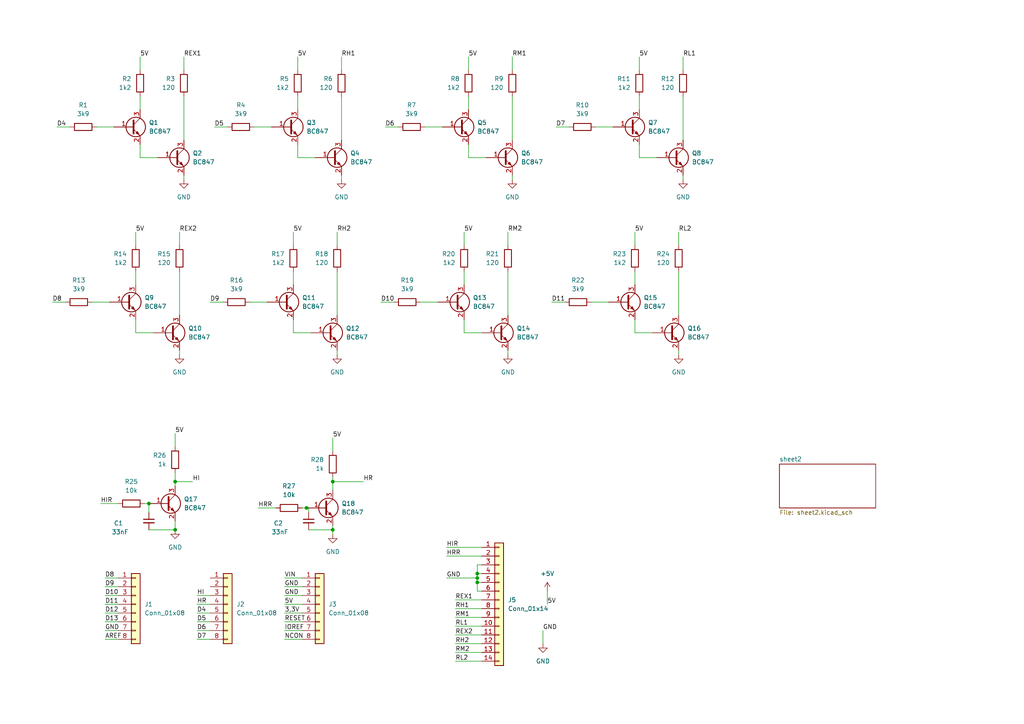
<source format=kicad_sch>
(kicad_sch (version 20211123) (generator eeschema)
  (paper "A4")
  (lib_symbols
    (symbol "Connector_Generic:Conn_01x08" (pin_names (offset 1.016) hide)
      (property "Reference" "J" (at 0 10.16 0))
      (property "Value" "Conn_01x08" (at 0 -12.7 0))
      (symbol "Conn_01x08_1_1"
        (rectangle (start -1.27 -10.033) (end 0 -10.287) (stroke (width 0.1524)))
        (rectangle (start -1.27 -7.493) (end 0 -7.747) (stroke (width 0.1524)))
        (rectangle (start -1.27 -4.953) (end 0 -5.207) (stroke (width 0.1524)))
        (rectangle (start -1.27 -2.413) (end 0 -2.667) (stroke (width 0.1524)))
        (rectangle (start -1.27 0.127) (end 0 -0.127) (stroke (width 0.1524)))
        (rectangle (start -1.27 2.667) (end 0 2.413) (stroke (width 0.1524)))
        (rectangle (start -1.27 5.207) (end 0 4.953) (stroke (width 0.1524)))
        (rectangle (start -1.27 7.747) (end 0 7.493) (stroke (width 0.1524)))
        (rectangle (start -1.27 8.89) (end 1.27 -11.43) (stroke (width 0.254)) (fill (type background)))
        (pin passive line (at -5.08 7.62 0) (length 3.81) (name "Pin_1") (number "1"))
        (pin passive line (at -5.08 5.08 0) (length 3.81) (name "Pin_2") (number "2"))
        (pin passive line (at -5.08 2.54 0) (length 3.81) (name "Pin_3") (number "3"))
        (pin passive line (at -5.08 0 0) (length 3.81) (name "Pin_4") (number "4"))
        (pin passive line (at -5.08 -2.54 0) (length 3.81) (name "Pin_5") (number "5"))
        (pin passive line (at -5.08 -5.08 0) (length 3.81) (name "Pin_6") (number "6"))
        (pin passive line (at -5.08 -7.62 0) (length 3.81) (name "Pin_7") (number "7"))
        (pin passive line (at -5.08 -10.16 0) (length 3.81) (name "Pin_8") (number "8"))
      )
    )
    (symbol "Connector_Generic:Conn_01x14" (pin_names (offset 1.016) hide)
      (property "Reference" "J" (at 0 17.78 0))
      (property "Value" "Conn_01x14" (at 0 -20.32 0))
      (symbol "Conn_01x14_1_1"
        (rectangle (start -1.27 -17.653) (end 0 -17.907) (stroke (width 0.1524)))
        (rectangle (start -1.27 -15.113) (end 0 -15.367) (stroke (width 0.1524)))
        (rectangle (start -1.27 -12.573) (end 0 -12.827) (stroke (width 0.1524)))
        (rectangle (start -1.27 -10.033) (end 0 -10.287) (stroke (width 0.1524)))
        (rectangle (start -1.27 -7.493) (end 0 -7.747) (stroke (width 0.1524)))
        (rectangle (start -1.27 -4.953) (end 0 -5.207) (stroke (width 0.1524)))
        (rectangle (start -1.27 -2.413) (end 0 -2.667) (stroke (width 0.1524)))
        (rectangle (start -1.27 0.127) (end 0 -0.127) (stroke (width 0.1524)))
        (rectangle (start -1.27 2.667) (end 0 2.413) (stroke (width 0.1524)))
        (rectangle (start -1.27 5.207) (end 0 4.953) (stroke (width 0.1524)))
        (rectangle (start -1.27 7.747) (end 0 7.493) (stroke (width 0.1524)))
        (rectangle (start -1.27 10.287) (end 0 10.033) (stroke (width 0.1524)))
        (rectangle (start -1.27 12.827) (end 0 12.573) (stroke (width 0.1524)))
        (rectangle (start -1.27 15.367) (end 0 15.113) (stroke (width 0.1524)))
        (rectangle (start -1.27 16.51) (end 1.27 -19.05) (stroke (width 0.254)) (fill (type background)))
        (pin passive line (at -5.08 15.24 0) (length 3.81) (name "Pin_1") (number "1"))
        (pin passive line (at -5.08 -7.62 0) (length 3.81) (name "Pin_10") (number "10"))
        (pin passive line (at -5.08 -10.16 0) (length 3.81) (name "Pin_11") (number "11"))
        (pin passive line (at -5.08 -12.7 0) (length 3.81) (name "Pin_12") (number "12"))
        (pin passive line (at -5.08 -15.24 0) (length 3.81) (name "Pin_13") (number "13"))
        (pin passive line (at -5.08 -17.78 0) (length 3.81) (name "Pin_14") (number "14"))
        (pin passive line (at -5.08 12.7 0) (length 3.81) (name "Pin_2") (number "2"))
        (pin passive line (at -5.08 10.16 0) (length 3.81) (name "Pin_3") (number "3"))
        (pin passive line (at -5.08 7.62 0) (length 3.81) (name "Pin_4") (number "4"))
        (pin passive line (at -5.08 5.08 0) (length 3.81) (name "Pin_5") (number "5"))
        (pin passive line (at -5.08 2.54 0) (length 3.81) (name "Pin_6") (number "6"))
        (pin passive line (at -5.08 0 0) (length 3.81) (name "Pin_7") (number "7"))
        (pin passive line (at -5.08 -2.54 0) (length 3.81) (name "Pin_8") (number "8"))
        (pin passive line (at -5.08 -5.08 0) (length 3.81) (name "Pin_9") (number "9"))
      )
    )
    (symbol "Device:C_Small" (pin_numbers hide) (pin_names (offset 0.254) hide)
      (property "Reference" "C" (at 0.254 1.778 0))
      (property "Value" "C_Small" (at 0.254 -2.032 0))
      (symbol "C_Small_0_1"
        (polyline (pts (xy -1.524 -0.508) (xy 1.524 -0.508)) (stroke (width 0.3302)))
        (polyline (pts (xy -1.524 0.508) (xy 1.524 0.508)) (stroke (width 0.3048)))
      )
      (symbol "C_Small_1_1"
        (pin passive line (at 0 2.54 270) (length 2.032) (name "~") (number "1"))
        (pin passive line (at 0 -2.54 90) (length 2.032) (name "~") (number "2"))
      )
    )
    (symbol "Device:R" (pin_numbers hide) (pin_names (offset 0))
      (property "Reference" "R" (at 2.032 0 90))
      (property "Value" "R" (at 0 0 90))
      (symbol "R_0_1"
        (rectangle (start -1.016 -2.54) (end 1.016 2.54) (stroke (width 0.254)))
      )
      (symbol "R_1_1"
        (pin passive line (at 0 3.81 270) (length 1.27) (name "~") (number "1"))
        (pin passive line (at 0 -3.81 90) (length 1.27) (name "~") (number "2"))
      )
    )
    (symbol "Transistor_BJT:BC847" (pin_names (offset 0) hide)
      (property "Reference" "Q" (at 5.08 1.905 0))
      (property "Value" "BC847" (at 5.08 0 0))
      (symbol "BC847_0_1"
        (polyline (pts (xy 0.635 0.635) (xy 2.54 2.54)))
        (polyline (pts (xy 0.635 -0.635) (xy 2.54 -2.54) (xy 2.54 -2.54)))
        (polyline (pts (xy 0.635 1.905) (xy 0.635 -1.905) (xy 0.635 -1.905)) (stroke (width 0.508)))
        (polyline (pts (xy 1.27 -1.778) (xy 1.778 -1.27) (xy 2.286 -2.286) (xy 1.27 -1.778) (xy 1.27 -1.778)) (fill (type outline)))
        (circle (center 1.27 0) (radius 2.8194) (stroke (width 0.254)))
      )
      (symbol "BC847_1_1"
        (pin input line (at -5.08 0 0) (length 5.715) (name "B") (number "1"))
        (pin passive line (at 2.54 -5.08 90) (length 2.54) (name "E") (number "2"))
        (pin passive line (at 2.54 5.08 270) (length 2.54) (name "C") (number "3"))
      )
    )
    (symbol "power:+5V" (power) (pin_names (offset 0))
      (property "Value" "+5V" (at 0 3.556 0))
      (symbol "+5V_0_1"
        (polyline (pts (xy -0.762 1.27) (xy 0 2.54)))
        (polyline (pts (xy 0 0) (xy 0 2.54)))
        (polyline (pts (xy 0 2.54) (xy 0.762 1.27)))
      )
      (symbol "+5V_1_1"
        (pin power_in line (at 0 0 90) (length 0) hide (name "+5V") (number "1"))
      )
    )
    (symbol "power:GND" (power) (pin_names (offset 0))
      (property "Value" "GND" (at 0 -3.81 0))
      (symbol "GND_0_1"
        (polyline (pts (xy 0 0) (xy 0 -1.27) (xy 1.27 -1.27) (xy 0 -2.54) (xy -1.27 -1.27) (xy 0 -1.27)))
      )
      (symbol "GND_1_1"
        (pin power_in line (at 0 0 270) (length 0) hide (name "GND") (number "1"))
      )
    )
  )
  (junction (at 138.43 167.64))
  (junction (at 43.18 146.05))
  (junction (at 88.9 147.32))
  (junction (at 138.43 166.37))
  (junction (at 96.52 153.67))
  (junction (at 138.43 168.91))
  (junction (at 50.8 153.67))
  (junction (at 96.52 139.7))
  (junction (at 50.8 139.7))
  (wire (pts (xy 88.9 147.32) (xy 89.535 147.32)))
  (wire (pts (xy 132.08 186.69) (xy 139.7 186.69)))
  (wire (pts (xy 29.21 146.05) (xy 34.29 146.05)))
  (wire (pts (xy 138.43 163.83) (xy 138.43 166.37)))
  (wire (pts (xy 134.62 78.74) (xy 134.62 82.55)))
  (wire (pts (xy 129.54 161.29) (xy 139.7 161.29)))
  (wire (pts (xy 52.07 67.31) (xy 52.07 71.12)))
  (wire (pts (xy 96.52 138.43) (xy 96.52 139.7)))
  (wire (pts (xy 184.15 67.31) (xy 184.15 71.12)))
  (wire (pts (xy 138.43 166.37) (xy 139.7 166.37)))
  (wire (pts (xy 30.48 175.26) (xy 34.29 175.26)))
  (wire (pts (xy 57.15 172.72) (xy 60.96 172.72)))
  (wire (pts (xy 157.48 182.88) (xy 157.48 186.69)))
  (wire (pts (xy 196.85 67.31) (xy 196.85 71.12)))
  (wire (pts (xy 74.93 147.32) (xy 80.01 147.32)))
  (wire (pts (xy 135.89 41.91) (xy 135.89 45.72)))
  (wire (pts (xy 30.48 167.64) (xy 34.29 167.64)))
  (wire (pts (xy 86.36 27.94) (xy 86.36 31.75)))
  (wire (pts (xy 27.94 36.83) (xy 33.02 36.83)))
  (wire (pts (xy 96.52 127) (xy 96.52 130.81)))
  (wire (pts (xy 57.15 175.26) (xy 60.96 175.26)))
  (wire (pts (xy 196.85 78.74) (xy 196.85 91.44)))
  (wire (pts (xy 39.37 78.74) (xy 39.37 82.55)))
  (wire (pts (xy 138.43 167.64) (xy 138.43 168.91)))
  (wire (pts (xy 86.36 16.51) (xy 86.36 20.32)))
  (wire (pts (xy 91.44 45.72) (xy 86.36 45.72)))
  (wire (pts (xy 57.15 180.34) (xy 60.96 180.34)))
  (wire (pts (xy 82.55 177.8) (xy 87.63 177.8)))
  (wire (pts (xy 50.8 125.73) (xy 50.8 129.54)))
  (wire (pts (xy 132.08 191.77) (xy 139.7 191.77)))
  (wire (pts (xy 30.48 182.88) (xy 34.29 182.88)))
  (wire (pts (xy 138.43 166.37) (xy 138.43 167.64)))
  (wire (pts (xy 140.97 45.72) (xy 135.89 45.72)))
  (wire (pts (xy 57.15 185.42) (xy 60.96 185.42)))
  (wire (pts (xy 15.24 87.63) (xy 19.05 87.63)))
  (wire (pts (xy 184.15 92.71) (xy 184.15 96.52)))
  (wire (pts (xy 160.02 87.63) (xy 163.83 87.63)))
  (wire (pts (xy 50.8 137.16) (xy 50.8 139.7)))
  (wire (pts (xy 132.08 173.99) (xy 139.7 173.99)))
  (wire (pts (xy 198.12 27.94) (xy 198.12 40.64)))
  (wire (pts (xy 50.8 139.7) (xy 55.88 139.7)))
  (wire (pts (xy 82.55 167.64) (xy 87.63 167.64)))
  (wire (pts (xy 39.37 92.71) (xy 39.37 96.52)))
  (wire (pts (xy 185.42 16.51) (xy 185.42 20.32)))
  (wire (pts (xy 82.55 172.72) (xy 87.63 172.72)))
  (wire (pts (xy 99.06 50.8) (xy 99.06 52.07)))
  (wire (pts (xy 198.12 50.8) (xy 198.12 52.07)))
  (wire (pts (xy 85.09 67.31) (xy 85.09 71.12)))
  (wire (pts (xy 139.7 163.83) (xy 138.43 163.83)))
  (wire (pts (xy 86.36 41.91) (xy 86.36 45.72)))
  (wire (pts (xy 40.64 16.51) (xy 40.64 20.32)))
  (wire (pts (xy 57.15 182.88) (xy 60.96 182.88)))
  (wire (pts (xy 198.12 16.51) (xy 198.12 20.32)))
  (wire (pts (xy 89.535 153.67) (xy 96.52 153.67)))
  (wire (pts (xy 158.75 171.45) (xy 158.75 175.26)))
  (wire (pts (xy 139.7 96.52) (xy 134.62 96.52)))
  (wire (pts (xy 50.8 139.7) (xy 50.8 140.97)))
  (wire (pts (xy 96.52 139.7) (xy 96.52 142.24)))
  (wire (pts (xy 99.06 27.94) (xy 99.06 40.64)))
  (wire (pts (xy 39.37 67.31) (xy 39.37 71.12)))
  (wire (pts (xy 30.48 177.8) (xy 34.29 177.8)))
  (wire (pts (xy 110.49 87.63) (xy 114.3 87.63)))
  (wire (pts (xy 139.7 171.45) (xy 138.43 171.45)))
  (wire (pts (xy 43.18 153.67) (xy 50.8 153.67)))
  (wire (pts (xy 147.32 67.31) (xy 147.32 71.12)))
  (wire (pts (xy 135.89 27.94) (xy 135.89 31.75)))
  (wire (pts (xy 138.43 168.91) (xy 138.43 171.45)))
  (wire (pts (xy 41.91 146.05) (xy 43.18 146.05)))
  (wire (pts (xy 45.72 45.72) (xy 40.64 45.72)))
  (wire (pts (xy 147.32 101.6) (xy 147.32 102.87)))
  (wire (pts (xy 135.89 16.51) (xy 135.89 20.32)))
  (wire (pts (xy 85.09 78.74) (xy 85.09 82.55)))
  (wire (pts (xy 132.08 181.61) (xy 139.7 181.61)))
  (wire (pts (xy 82.55 170.18) (xy 87.63 170.18)))
  (wire (pts (xy 99.06 16.51) (xy 99.06 20.32)))
  (wire (pts (xy 43.18 146.05) (xy 43.18 148.59)))
  (wire (pts (xy 111.76 36.83) (xy 115.57 36.83)))
  (wire (pts (xy 85.09 92.71) (xy 85.09 96.52)))
  (wire (pts (xy 185.42 41.91) (xy 185.42 45.72)))
  (wire (pts (xy 52.07 101.6) (xy 52.07 102.87)))
  (wire (pts (xy 161.29 36.83) (xy 165.1 36.83)))
  (wire (pts (xy 57.15 177.8) (xy 60.96 177.8)))
  (wire (pts (xy 190.5 45.72) (xy 185.42 45.72)))
  (wire (pts (xy 96.52 139.7) (xy 105.41 139.7)))
  (wire (pts (xy 97.79 78.74) (xy 97.79 91.44)))
  (wire (pts (xy 148.59 16.51) (xy 148.59 20.32)))
  (wire (pts (xy 73.66 36.83) (xy 78.74 36.83)))
  (wire (pts (xy 132.08 179.07) (xy 139.7 179.07)))
  (wire (pts (xy 134.62 67.31) (xy 134.62 71.12)))
  (wire (pts (xy 132.08 176.53) (xy 139.7 176.53)))
  (wire (pts (xy 171.45 87.63) (xy 176.53 87.63)))
  (wire (pts (xy 134.62 92.71) (xy 134.62 96.52)))
  (wire (pts (xy 62.23 36.83) (xy 66.04 36.83)))
  (wire (pts (xy 139.7 168.91) (xy 138.43 168.91)))
  (wire (pts (xy 132.08 184.15) (xy 139.7 184.15)))
  (wire (pts (xy 185.42 27.94) (xy 185.42 31.75)))
  (wire (pts (xy 26.67 87.63) (xy 31.75 87.63)))
  (wire (pts (xy 147.32 78.74) (xy 147.32 91.44)))
  (wire (pts (xy 53.34 27.94) (xy 53.34 40.64)))
  (wire (pts (xy 148.59 50.8) (xy 148.59 52.07)))
  (wire (pts (xy 96.52 152.4) (xy 96.52 153.67)))
  (wire (pts (xy 97.79 67.31) (xy 97.79 71.12)))
  (wire (pts (xy 40.64 27.94) (xy 40.64 31.75)))
  (wire (pts (xy 44.45 96.52) (xy 39.37 96.52)))
  (wire (pts (xy 30.48 170.18) (xy 34.29 170.18)))
  (wire (pts (xy 189.23 96.52) (xy 184.15 96.52)))
  (wire (pts (xy 97.79 101.6) (xy 97.79 102.87)))
  (wire (pts (xy 40.64 41.91) (xy 40.64 45.72)))
  (wire (pts (xy 50.8 151.13) (xy 50.8 153.67)))
  (wire (pts (xy 53.34 16.51) (xy 53.34 20.32)))
  (wire (pts (xy 72.39 87.63) (xy 77.47 87.63)))
  (wire (pts (xy 82.55 180.34) (xy 87.63 180.34)))
  (wire (pts (xy 184.15 78.74) (xy 184.15 82.55)))
  (wire (pts (xy 96.52 153.67) (xy 96.52 154.94)))
  (wire (pts (xy 172.72 36.83) (xy 177.8 36.83)))
  (wire (pts (xy 129.54 158.75) (xy 139.7 158.75)))
  (wire (pts (xy 16.51 36.83) (xy 20.32 36.83)))
  (wire (pts (xy 196.85 101.6) (xy 196.85 102.87)))
  (wire (pts (xy 87.63 147.32) (xy 88.9 147.32)))
  (wire (pts (xy 90.17 96.52) (xy 85.09 96.52)))
  (wire (pts (xy 52.07 78.74) (xy 52.07 91.44)))
  (wire (pts (xy 82.55 175.26) (xy 87.63 175.26)))
  (wire (pts (xy 30.48 172.72) (xy 34.29 172.72)))
  (wire (pts (xy 53.34 50.8) (xy 53.34 52.07)))
  (wire (pts (xy 121.92 87.63) (xy 127 87.63)))
  (wire (pts (xy 82.55 182.88) (xy 87.63 182.88)))
  (wire (pts (xy 148.59 27.94) (xy 148.59 40.64)))
  (wire (pts (xy 123.19 36.83) (xy 128.27 36.83)))
  (wire (pts (xy 89.535 148.59) (xy 89.535 147.32)))
  (wire (pts (xy 82.55 185.42) (xy 87.63 185.42)))
  (wire (pts (xy 129.54 167.64) (xy 138.43 167.64)))
  (wire (pts (xy 30.48 180.34) (xy 34.29 180.34)))
  (wire (pts (xy 30.48 185.42) (xy 34.29 185.42)))
  (wire (pts (xy 60.96 87.63) (xy 64.77 87.63)))
  (wire (pts (xy 132.08 189.23) (xy 139.7 189.23)))
  (label "GND" (at 82.55 170.18 0))
  (label "D11" (at 160.02 87.63 0))
  (label "REX1" (at 132.08 173.99 0))
  (label "RH2" (at 97.79 67.31 0))
  (label "IOREF" (at 82.55 182.88 0))
  (label "HI" (at 55.88 139.7 0))
  (label "HRR" (at 129.54 161.29 0))
  (label "HIR" (at 129.54 158.75 0))
  (label "GND" (at 157.48 182.88 0))
  (label "D5" (at 62.23 36.83 0))
  (label "D5" (at 57.15 180.34 0))
  (label "D12" (at 30.48 177.8 0))
  (label "GND" (at 82.55 172.72 0))
  (label "D7" (at 57.15 185.42 0))
  (label "RL2" (at 132.08 191.77 0))
  (label "GND" (at 30.48 182.88 0))
  (label "D10" (at 110.49 87.63 0))
  (label "HRR" (at 74.93 147.32 0))
  (label "D9" (at 60.96 87.63 0))
  (label "NCON" (at 82.55 185.42 0))
  (label "VIN" (at 82.55 167.64 0))
  (label "D7" (at 161.29 36.83 0))
  (label "D8" (at 30.48 167.64 0))
  (label "5V" (at 82.55 175.26 0))
  (label "5V" (at 96.52 127 0))
  (label "3,3V" (at 82.55 177.8 0))
  (label "5V" (at 50.8 125.73 0))
  (label "HI" (at 57.15 172.72 0))
  (label "D8" (at 15.24 87.63 0))
  (label "5V" (at 184.15 67.31 0))
  (label "REX2" (at 52.07 67.31 0))
  (label "RM1" (at 148.59 16.51 0))
  (label "D6" (at 111.76 36.83 0))
  (label "RH2" (at 132.08 186.69 0))
  (label "5V" (at 86.36 16.51 0))
  (label "D4" (at 57.15 177.8 0))
  (label "D10" (at 30.48 172.72 0))
  (label "RL1" (at 198.12 16.51 0))
  (label "D11" (at 30.48 175.26 0))
  (label "HIR" (at 29.21 146.05 0))
  (label "5V" (at 185.42 16.51 0))
  (label "RESET" (at 82.55 180.34 0))
  (label "D6" (at 57.15 182.88 0))
  (label "HR" (at 57.15 175.26 0))
  (label "5V" (at 85.09 67.31 0))
  (label "5V" (at 40.64 16.51 0))
  (label "AREF" (at 30.48 185.42 0))
  (label "RH1" (at 132.08 176.53 0))
  (label "GND" (at 129.54 167.64 0))
  (label "RL2" (at 196.85 67.31 0))
  (label "RH1" (at 99.06 16.51 0))
  (label "RM2" (at 132.08 189.23 0))
  (label "5V" (at 135.89 16.51 0))
  (label "RM2" (at 147.32 67.31 0))
  (label "D13" (at 30.48 180.34 0))
  (label "5V" (at 39.37 67.31 0))
  (label "D9" (at 30.48 170.18 0))
  (label "RM1" (at 132.08 179.07 0))
  (label "REX1" (at 53.34 16.51 0))
  (label "REX2" (at 132.08 184.15 0))
  (label "5V" (at 158.75 175.26 0))
  (label "5V" (at 134.62 67.31 0))
  (label "HR" (at 105.41 139.7 0))
  (label "D4" (at 16.51 36.83 0))
  (label "RL1" (at 132.08 181.61 0))
  (symbol (lib_id "Device:R") (at 85.09 74.93 0) (mirror x) (unit 1)
    (property "Reference" "R17" (at 82.55 73.6599 0) (effects (justify right)))
    (property "Value" "1k2" (at 82.55 76.1999 0) (effects (justify right)))
    (property "Footprint" "Resistor_SMD:R_1206_3216Metric_Pad1.30x1.75mm_HandSolder" (effects hide))
  )
  (symbol (lib_id "power:GND") (at 97.79 102.87 0) (unit 1)
    (property "Reference" "#PWR0105" (effects hide))
    (property "Value" "GND" (at 97.79 107.95 0))
  )
  (symbol (lib_id "Device:R") (at 119.38 36.83 90) (mirror x) (unit 1)
    (property "Reference" "R7" (at 119.38 30.48 90))
    (property "Value" "3k9" (at 119.38 33.02 90))
    (property "Footprint" "Resistor_SMD:R_1206_3216Metric_Pad1.30x1.75mm_HandSolder" (effects hide))
  )
  (symbol (lib_id "Device:R") (at 83.82 147.32 90) (mirror x) (unit 1)
    (property "Reference" "R27" (at 83.82 140.97 90))
    (property "Value" "10k" (at 83.82 143.51 90))
    (property "Footprint" "Resistor_SMD:R_1206_3216Metric_Pad1.30x1.75mm_HandSolder" (effects hide))
  )
  (symbol (lib_id "Transistor_BJT:BC847") (at 132.08 87.63 0) (unit 1)
    (property "Reference" "Q13" (at 137.16 86.3599 0) (effects (justify left)))
    (property "Value" "BC847" (at 137.16 88.8999 0) (effects (justify left)))
    (property "Footprint" "Package_TO_SOT_SMD:SOT-23_Handsoldering" (effects hide))
    (property "Datasheet" "http://www.infineon.com/dgdl/Infineon-BC847SERIES_BC848SERIES_BC849SERIES_BC850SERIES-DS-v01_01-en.pdf?fileId=db3a304314dca389011541d4630a1657" (effects hide))
  )
  (symbol (lib_id "power:GND") (at 198.12 52.07 0) (unit 1)
    (property "Reference" "#PWR0107" (effects hide))
    (property "Value" "GND" (at 198.12 57.15 0))
  )
  (symbol (lib_id "Device:C_Small") (at 89.535 151.13 0) (unit 1)
    (property "Reference" "C2" (at 79.375 151.765 0) (effects (justify left)))
    (property "Value" "33nF" (at 78.74 154.305 0) (effects (justify left)))
    (property "Footprint" "Capacitor_SMD:C_1206_3216Metric_Pad1.33x1.80mm_HandSolder" (effects hide))
  )
  (symbol (lib_id "Transistor_BJT:BC847") (at 182.88 36.83 0) (unit 1)
    (property "Reference" "Q7" (at 187.96 35.5599 0) (effects (justify left)))
    (property "Value" "BC847" (at 187.96 38.0999 0) (effects (justify left)))
    (property "Footprint" "Package_TO_SOT_SMD:SOT-23_Handsoldering" (effects hide))
    (property "Datasheet" "http://www.infineon.com/dgdl/Infineon-BC847SERIES_BC848SERIES_BC849SERIES_BC850SERIES-DS-v01_01-en.pdf?fileId=db3a304314dca389011541d4630a1657" (effects hide))
  )
  (symbol (lib_id "Device:R") (at 184.15 74.93 0) (mirror x) (unit 1)
    (property "Reference" "R23" (at 181.61 73.6599 0) (effects (justify right)))
    (property "Value" "1k2" (at 181.61 76.1999 0) (effects (justify right)))
    (property "Footprint" "Resistor_SMD:R_1206_3216Metric_Pad1.30x1.75mm_HandSolder" (effects hide))
  )
  (symbol (lib_id "Device:R") (at 147.32 74.93 0) (mirror x) (unit 1)
    (property "Reference" "R21" (at 144.78 73.6599 0) (effects (justify right)))
    (property "Value" "120" (at 144.78 76.1999 0) (effects (justify right)))
    (property "Footprint" "Resistor_SMD:R_1206_3216Metric_Pad1.30x1.75mm_HandSolder" (effects hide))
  )
  (symbol (lib_id "Device:R") (at 22.86 87.63 90) (mirror x) (unit 1)
    (property "Reference" "R13" (at 22.86 81.28 90))
    (property "Value" "3k9" (at 22.86 83.82 90))
    (property "Footprint" "Resistor_SMD:R_1206_3216Metric_Pad1.30x1.75mm_HandSolder" (effects hide))
  )
  (symbol (lib_id "Transistor_BJT:BC847") (at 144.78 96.52 0) (unit 1)
    (property "Reference" "Q14" (at 149.86 95.2499 0) (effects (justify left)))
    (property "Value" "BC847" (at 149.86 97.7899 0) (effects (justify left)))
    (property "Footprint" "Package_TO_SOT_SMD:SOT-23_Handsoldering" (effects hide))
    (property "Datasheet" "http://www.infineon.com/dgdl/Infineon-BC847SERIES_BC848SERIES_BC849SERIES_BC850SERIES-DS-v01_01-en.pdf?fileId=db3a304314dca389011541d4630a1657" (effects hide))
  )
  (symbol (lib_id "Transistor_BJT:BC847") (at 82.55 87.63 0) (unit 1)
    (property "Reference" "Q11" (at 87.63 86.3599 0) (effects (justify left)))
    (property "Value" "BC847" (at 87.63 88.8999 0) (effects (justify left)))
    (property "Footprint" "Package_TO_SOT_SMD:SOT-23_Handsoldering" (effects hide))
    (property "Datasheet" "http://www.infineon.com/dgdl/Infineon-BC847SERIES_BC848SERIES_BC849SERIES_BC850SERIES-DS-v01_01-en.pdf?fileId=db3a304314dca389011541d4630a1657" (effects hide))
  )
  (symbol (lib_id "power:GND") (at 148.59 52.07 0) (unit 1)
    (property "Reference" "#PWR0103" (effects hide))
    (property "Value" "GND" (at 148.59 57.15 0))
  )
  (symbol (lib_id "power:GND") (at 53.34 52.07 0) (unit 1)
    (property "Reference" "#PWR0101" (effects hide))
    (property "Value" "GND" (at 53.34 57.15 0))
  )
  (symbol (lib_id "power:GND") (at 147.32 102.87 0) (unit 1)
    (property "Reference" "#PWR0104" (effects hide))
    (property "Value" "GND" (at 147.32 107.95 0))
  )
  (symbol (lib_id "Transistor_BJT:BC847") (at 36.83 87.63 0) (unit 1)
    (property "Reference" "Q9" (at 41.91 86.3599 0) (effects (justify left)))
    (property "Value" "BC847" (at 41.91 88.8999 0) (effects (justify left)))
    (property "Footprint" "Package_TO_SOT_SMD:SOT-23_Handsoldering" (effects hide))
    (property "Datasheet" "http://www.infineon.com/dgdl/Infineon-BC847SERIES_BC848SERIES_BC849SERIES_BC850SERIES-DS-v01_01-en.pdf?fileId=db3a304314dca389011541d4630a1657" (effects hide))
  )
  (symbol (lib_id "power:GND") (at 157.48 186.69 0) (unit 1)
    (property "Reference" "#PWR0113" (effects hide))
    (property "Value" "GND" (at 157.48 191.77 0))
  )
  (symbol (lib_id "Device:R") (at 38.1 146.05 90) (mirror x) (unit 1)
    (property "Reference" "R25" (at 38.1 139.7 90))
    (property "Value" "10k" (at 38.1 142.24 90))
    (property "Footprint" "Resistor_SMD:R_1206_3216Metric_Pad1.30x1.75mm_HandSolder" (effects hide))
  )
  (symbol (lib_id "Transistor_BJT:BC847") (at 48.26 146.05 0) (unit 1)
    (property "Reference" "Q17" (at 53.34 144.7799 0) (effects (justify left)))
    (property "Value" "BC847" (at 53.34 147.3199 0) (effects (justify left)))
    (property "Footprint" "Package_TO_SOT_SMD:SOT-23_Handsoldering" (effects hide))
    (property "Datasheet" "http://www.infineon.com/dgdl/Infineon-BC847SERIES_BC848SERIES_BC849SERIES_BC850SERIES-DS-v01_01-en.pdf?fileId=db3a304314dca389011541d4630a1657" (effects hide))
  )
  (symbol (lib_id "Connector_Generic:Conn_01x08") (at 92.71 175.26 0) (unit 1)
    (property "Reference" "J3" (at 95.25 175.2599 0) (effects (justify left)))
    (property "Value" "Conn_01x08" (at 95.25 177.7999 0) (effects (justify left)))
    (property "Footprint" "Connector_PinHeader_2.54mm:PinHeader_1x08_P2.54mm_Vertical" (effects hide))
  )
  (symbol (lib_id "Device:R") (at 52.07 74.93 0) (mirror x) (unit 1)
    (property "Reference" "R15" (at 49.53 73.6599 0) (effects (justify right)))
    (property "Value" "120" (at 49.53 76.1999 0) (effects (justify right)))
    (property "Footprint" "Resistor_SMD:R_1206_3216Metric_Pad1.30x1.75mm_HandSolder" (effects hide))
  )
  (symbol (lib_id "Device:C_Small") (at 43.18 151.13 0) (unit 1)
    (property "Reference" "C1" (at 33.02 151.765 0) (effects (justify left)))
    (property "Value" "33nF" (at 32.385 154.305 0) (effects (justify left)))
    (property "Footprint" "Capacitor_SMD:C_1206_3216Metric_Pad1.33x1.80mm_HandSolder" (effects hide))
  )
  (symbol (lib_id "Connector_Generic:Conn_01x08") (at 66.04 175.26 0) (unit 1)
    (property "Reference" "J2" (at 68.58 175.2599 0) (effects (justify left)))
    (property "Value" "Conn_01x08" (at 68.58 177.7999 0) (effects (justify left)))
    (property "Footprint" "Connector_PinHeader_2.54mm:PinHeader_1x08_P2.54mm_Vertical" (effects hide))
  )
  (symbol (lib_id "power:GND") (at 99.06 52.07 0) (unit 1)
    (property "Reference" "#PWR0102" (effects hide))
    (property "Value" "GND" (at 99.06 57.15 0))
  )
  (symbol (lib_id "Transistor_BJT:BC847") (at 93.98 147.32 0) (unit 1)
    (property "Reference" "Q18" (at 99.06 146.0499 0) (effects (justify left)))
    (property "Value" "BC847" (at 99.06 148.5899 0) (effects (justify left)))
    (property "Footprint" "Package_TO_SOT_SMD:SOT-23_Handsoldering" (effects hide))
    (property "Datasheet" "http://www.infineon.com/dgdl/Infineon-BC847SERIES_BC848SERIES_BC849SERIES_BC850SERIES-DS-v01_01-en.pdf?fileId=db3a304314dca389011541d4630a1657" (effects hide))
  )
  (symbol (lib_id "Device:R") (at 168.91 36.83 90) (mirror x) (unit 1)
    (property "Reference" "R10" (at 168.91 30.48 90))
    (property "Value" "3k9" (at 168.91 33.02 90))
    (property "Footprint" "Resistor_SMD:R_1206_3216Metric_Pad1.30x1.75mm_HandSolder" (effects hide))
  )
  (symbol (lib_id "Transistor_BJT:BC847") (at 49.53 96.52 0) (unit 1)
    (property "Reference" "Q10" (at 54.61 95.2499 0) (effects (justify left)))
    (property "Value" "BC847" (at 54.61 97.7899 0) (effects (justify left)))
    (property "Footprint" "Package_TO_SOT_SMD:SOT-23_Handsoldering" (effects hide))
    (property "Datasheet" "http://www.infineon.com/dgdl/Infineon-BC847SERIES_BC848SERIES_BC849SERIES_BC850SERIES-DS-v01_01-en.pdf?fileId=db3a304314dca389011541d4630a1657" (effects hide))
  )
  (symbol (lib_id "Transistor_BJT:BC847") (at 83.82 36.83 0) (unit 1)
    (property "Reference" "Q3" (at 88.9 35.5599 0) (effects (justify left)))
    (property "Value" "BC847" (at 88.9 38.0999 0) (effects (justify left)))
    (property "Footprint" "Package_TO_SOT_SMD:SOT-23_Handsoldering" (effects hide))
    (property "Datasheet" "http://www.infineon.com/dgdl/Infineon-BC847SERIES_BC848SERIES_BC849SERIES_BC850SERIES-DS-v01_01-en.pdf?fileId=db3a304314dca389011541d4630a1657" (effects hide))
  )
  (symbol (lib_id "Device:R") (at 196.85 74.93 0) (mirror x) (unit 1)
    (property "Reference" "R24" (at 194.31 73.6599 0) (effects (justify right)))
    (property "Value" "120" (at 194.31 76.1999 0) (effects (justify right)))
    (property "Footprint" "Resistor_SMD:R_1206_3216Metric_Pad1.30x1.75mm_HandSolder" (effects hide))
  )
  (symbol (lib_id "Transistor_BJT:BC847") (at 95.25 96.52 0) (unit 1)
    (property "Reference" "Q12" (at 100.33 95.2499 0) (effects (justify left)))
    (property "Value" "BC847" (at 100.33 97.7899 0) (effects (justify left)))
    (property "Footprint" "Package_TO_SOT_SMD:SOT-23_Handsoldering" (effects hide))
    (property "Datasheet" "http://www.infineon.com/dgdl/Infineon-BC847SERIES_BC848SERIES_BC849SERIES_BC850SERIES-DS-v01_01-en.pdf?fileId=db3a304314dca389011541d4630a1657" (effects hide))
  )
  (symbol (lib_id "Device:R") (at 148.59 24.13 0) (mirror x) (unit 1)
    (property "Reference" "R9" (at 146.05 22.8599 0) (effects (justify right)))
    (property "Value" "120" (at 146.05 25.3999 0) (effects (justify right)))
    (property "Footprint" "Resistor_SMD:R_1206_3216Metric_Pad1.30x1.75mm_HandSolder" (effects hide))
  )
  (symbol (lib_id "Transistor_BJT:BC847") (at 146.05 45.72 0) (unit 1)
    (property "Reference" "Q6" (at 151.13 44.4499 0) (effects (justify left)))
    (property "Value" "BC847" (at 151.13 46.9899 0) (effects (justify left)))
    (property "Footprint" "Package_TO_SOT_SMD:SOT-23_Handsoldering" (effects hide))
    (property "Datasheet" "http://www.infineon.com/dgdl/Infineon-BC847SERIES_BC848SERIES_BC849SERIES_BC850SERIES-DS-v01_01-en.pdf?fileId=db3a304314dca389011541d4630a1657" (effects hide))
  )
  (symbol (lib_id "Device:R") (at 53.34 24.13 0) (mirror x) (unit 1)
    (property "Reference" "R3" (at 50.8 22.8599 0) (effects (justify right)))
    (property "Value" "120" (at 50.8 25.3999 0) (effects (justify right)))
    (property "Footprint" "Resistor_SMD:R_1206_3216Metric_Pad1.30x1.75mm_HandSolder" (effects hide))
  )
  (symbol (lib_id "Device:R") (at 69.85 36.83 90) (mirror x) (unit 1)
    (property "Reference" "R4" (at 69.85 30.48 90))
    (property "Value" "3k9" (at 69.85 33.02 90))
    (property "Footprint" "Resistor_SMD:R_1206_3216Metric_Pad1.30x1.75mm_HandSolder" (effects hide))
  )
  (symbol (lib_id "Transistor_BJT:BC847") (at 50.8 45.72 0) (unit 1)
    (property "Reference" "Q2" (at 55.88 44.4499 0) (effects (justify left)))
    (property "Value" "BC847" (at 55.88 46.9899 0) (effects (justify left)))
    (property "Footprint" "Package_TO_SOT_SMD:SOT-23_Handsoldering" (effects hide))
    (property "Datasheet" "http://www.infineon.com/dgdl/Infineon-BC847SERIES_BC848SERIES_BC849SERIES_BC850SERIES-DS-v01_01-en.pdf?fileId=db3a304314dca389011541d4630a1657" (effects hide))
  )
  (symbol (lib_id "Device:R") (at 24.13 36.83 90) (mirror x) (unit 1)
    (property "Reference" "R1" (at 24.13 30.48 90))
    (property "Value" "3k9" (at 24.13 33.02 90))
    (property "Footprint" "Resistor_SMD:R_1206_3216Metric_Pad1.30x1.75mm_HandSolder" (effects hide))
  )
  (symbol (lib_id "power:GND") (at 196.85 102.87 0) (unit 1)
    (property "Reference" "#PWR0106" (effects hide))
    (property "Value" "GND" (at 196.85 107.95 0))
  )
  (symbol (lib_id "power:GND") (at 50.8 153.67 0) (unit 1)
    (property "Reference" "#PWR0112" (effects hide))
    (property "Value" "GND" (at 50.8 158.75 0))
  )
  (symbol (lib_id "Connector_Generic:Conn_01x14") (at 144.78 173.99 0) (unit 1)
    (property "Reference" "J5" (at 147.32 173.9899 0) (effects (justify left)))
    (property "Value" "Conn_01x14" (at 147.32 176.5299 0) (effects (justify left)))
    (property "Footprint" "Connector_PinHeader_2.54mm:PinHeader_1x14_P2.54mm_Vertical" (effects hide))
  )
  (symbol (lib_id "power:+5V") (at 158.75 171.45 0) (unit 1)
    (property "Reference" "#PWR0110" (effects hide))
    (property "Value" "+5V" (at 158.75 166.37 0))
  )
  (symbol (lib_id "Device:R") (at 97.79 74.93 0) (mirror x) (unit 1)
    (property "Reference" "R18" (at 95.25 73.6599 0) (effects (justify right)))
    (property "Value" "120" (at 95.25 76.1999 0) (effects (justify right)))
    (property "Footprint" "Resistor_SMD:R_1206_3216Metric_Pad1.30x1.75mm_HandSolder" (effects hide))
  )
  (symbol (lib_id "Device:R") (at 96.52 134.62 0) (mirror x) (unit 1)
    (property "Reference" "R28" (at 93.98 133.3499 0) (effects (justify right)))
    (property "Value" "1k" (at 93.98 135.8899 0) (effects (justify right)))
    (property "Footprint" "Resistor_SMD:R_1206_3216Metric_Pad1.30x1.75mm_HandSolder" (effects hide))
  )
  (symbol (lib_id "Transistor_BJT:BC847") (at 38.1 36.83 0) (unit 1)
    (property "Reference" "Q1" (at 43.18 35.5599 0) (effects (justify left)))
    (property "Value" "BC847" (at 43.18 38.0999 0) (effects (justify left)))
    (property "Footprint" "Package_TO_SOT_SMD:SOT-23_Handsoldering" (effects hide))
    (property "Datasheet" "http://www.infineon.com/dgdl/Infineon-BC847SERIES_BC848SERIES_BC849SERIES_BC850SERIES-DS-v01_01-en.pdf?fileId=db3a304314dca389011541d4630a1657" (effects hide))
  )
  (symbol (lib_id "Device:R") (at 99.06 24.13 0) (mirror x) (unit 1)
    (property "Reference" "R6" (at 96.52 22.8599 0) (effects (justify right)))
    (property "Value" "120" (at 96.52 25.3999 0) (effects (justify right)))
    (property "Footprint" "Resistor_SMD:R_1206_3216Metric_Pad1.30x1.75mm_HandSolder" (effects hide))
  )
  (symbol (lib_id "Transistor_BJT:BC847") (at 96.52 45.72 0) (unit 1)
    (property "Reference" "Q4" (at 101.6 44.4499 0) (effects (justify left)))
    (property "Value" "BC847" (at 101.6 46.9899 0) (effects (justify left)))
    (property "Footprint" "Package_TO_SOT_SMD:SOT-23_Handsoldering" (effects hide))
    (property "Datasheet" "http://www.infineon.com/dgdl/Infineon-BC847SERIES_BC848SERIES_BC849SERIES_BC850SERIES-DS-v01_01-en.pdf?fileId=db3a304314dca389011541d4630a1657" (effects hide))
  )
  (symbol (lib_id "Device:R") (at 86.36 24.13 0) (mirror x) (unit 1)
    (property "Reference" "R5" (at 83.82 22.8599 0) (effects (justify right)))
    (property "Value" "1k2" (at 83.82 25.3999 0) (effects (justify right)))
    (property "Footprint" "Resistor_SMD:R_1206_3216Metric_Pad1.30x1.75mm_HandSolder" (effects hide))
  )
  (symbol (lib_id "Device:R") (at 185.42 24.13 0) (mirror x) (unit 1)
    (property "Reference" "R11" (at 182.88 22.8599 0) (effects (justify right)))
    (property "Value" "1k2" (at 182.88 25.3999 0) (effects (justify right)))
    (property "Footprint" "Resistor_SMD:R_1206_3216Metric_Pad1.30x1.75mm_HandSolder" (effects hide))
  )
  (symbol (lib_id "Transistor_BJT:BC847") (at 194.31 96.52 0) (unit 1)
    (property "Reference" "Q16" (at 199.39 95.2499 0) (effects (justify left)))
    (property "Value" "BC847" (at 199.39 97.7899 0) (effects (justify left)))
    (property "Footprint" "Package_TO_SOT_SMD:SOT-23_Handsoldering" (effects hide))
    (property "Datasheet" "http://www.infineon.com/dgdl/Infineon-BC847SERIES_BC848SERIES_BC849SERIES_BC850SERIES-DS-v01_01-en.pdf?fileId=db3a304314dca389011541d4630a1657" (effects hide))
  )
  (symbol (lib_id "power:GND") (at 52.07 102.87 0) (unit 1)
    (property "Reference" "#PWR0108" (effects hide))
    (property "Value" "GND" (at 52.07 107.95 0))
  )
  (symbol (lib_id "Device:R") (at 39.37 74.93 0) (mirror x) (unit 1)
    (property "Reference" "R14" (at 36.83 73.6599 0) (effects (justify right)))
    (property "Value" "1k2" (at 36.83 76.1999 0) (effects (justify right)))
    (property "Footprint" "Resistor_SMD:R_1206_3216Metric_Pad1.30x1.75mm_HandSolder" (effects hide))
  )
  (symbol (lib_id "Transistor_BJT:BC847") (at 133.35 36.83 0) (unit 1)
    (property "Reference" "Q5" (at 138.43 35.5599 0) (effects (justify left)))
    (property "Value" "BC847" (at 138.43 38.0999 0) (effects (justify left)))
    (property "Footprint" "Package_TO_SOT_SMD:SOT-23_Handsoldering" (effects hide))
    (property "Datasheet" "http://www.infineon.com/dgdl/Infineon-BC847SERIES_BC848SERIES_BC849SERIES_BC850SERIES-DS-v01_01-en.pdf?fileId=db3a304314dca389011541d4630a1657" (effects hide))
  )
  (symbol (lib_id "Device:R") (at 40.64 24.13 0) (mirror x) (unit 1)
    (property "Reference" "R2" (at 38.1 22.8599 0) (effects (justify right)))
    (property "Value" "1k2" (at 38.1 25.3999 0) (effects (justify right)))
    (property "Footprint" "Resistor_SMD:R_1206_3216Metric_Pad1.30x1.75mm_HandSolder" (effects hide))
  )
  (symbol (lib_id "Device:R") (at 68.58 87.63 90) (mirror x) (unit 1)
    (property "Reference" "R16" (at 68.58 81.28 90))
    (property "Value" "3k9" (at 68.58 83.82 90))
    (property "Footprint" "Resistor_SMD:R_1206_3216Metric_Pad1.30x1.75mm_HandSolder" (effects hide))
  )
  (symbol (lib_id "Device:R") (at 50.8 133.35 0) (mirror x) (unit 1)
    (property "Reference" "R26" (at 48.26 132.0799 0) (effects (justify right)))
    (property "Value" "1k" (at 48.26 134.6199 0) (effects (justify right)))
    (property "Footprint" "Resistor_SMD:R_1206_3216Metric_Pad1.30x1.75mm_HandSolder" (effects hide))
  )
  (symbol (lib_id "Transistor_BJT:BC847") (at 181.61 87.63 0) (unit 1)
    (property "Reference" "Q15" (at 186.69 86.3599 0) (effects (justify left)))
    (property "Value" "BC847" (at 186.69 88.8999 0) (effects (justify left)))
    (property "Footprint" "Package_TO_SOT_SMD:SOT-23_Handsoldering" (effects hide))
    (property "Datasheet" "http://www.infineon.com/dgdl/Infineon-BC847SERIES_BC848SERIES_BC849SERIES_BC850SERIES-DS-v01_01-en.pdf?fileId=db3a304314dca389011541d4630a1657" (effects hide))
  )
  (symbol (lib_id "Device:R") (at 167.64 87.63 90) (mirror x) (unit 1)
    (property "Reference" "R22" (at 167.64 81.28 90))
    (property "Value" "3k9" (at 167.64 83.82 90))
    (property "Footprint" "Resistor_SMD:R_1206_3216Metric_Pad1.30x1.75mm_HandSolder" (effects hide))
  )
  (symbol (lib_id "Device:R") (at 118.11 87.63 90) (mirror x) (unit 1)
    (property "Reference" "R19" (at 118.11 81.28 90))
    (property "Value" "3k9" (at 118.11 83.82 90))
    (property "Footprint" "Resistor_SMD:R_1206_3216Metric_Pad1.30x1.75mm_HandSolder" (effects hide))
  )
  (symbol (lib_id "Device:R") (at 135.89 24.13 0) (mirror x) (unit 1)
    (property "Reference" "R8" (at 133.35 22.8599 0) (effects (justify right)))
    (property "Value" "1k2" (at 133.35 25.3999 0) (effects (justify right)))
    (property "Footprint" "Resistor_SMD:R_1206_3216Metric_Pad1.30x1.75mm_HandSolder" (effects hide))
  )
  (symbol (lib_id "Transistor_BJT:BC847") (at 195.58 45.72 0) (unit 1)
    (property "Reference" "Q8" (at 200.66 44.4499 0) (effects (justify left)))
    (property "Value" "BC847" (at 200.66 46.9899 0) (effects (justify left)))
    (property "Footprint" "Package_TO_SOT_SMD:SOT-23_Handsoldering" (effects hide))
    (property "Datasheet" "http://www.infineon.com/dgdl/Infineon-BC847SERIES_BC848SERIES_BC849SERIES_BC850SERIES-DS-v01_01-en.pdf?fileId=db3a304314dca389011541d4630a1657" (effects hide))
  )
  (symbol (lib_id "Device:R") (at 134.62 74.93 0) (mirror x) (unit 1)
    (property "Reference" "R20" (at 132.08 73.6599 0) (effects (justify right)))
    (property "Value" "1k2" (at 132.08 76.1999 0) (effects (justify right)))
    (property "Footprint" "Resistor_SMD:R_1206_3216Metric_Pad1.30x1.75mm_HandSolder" (effects hide))
  )
  (symbol (lib_id "Connector_Generic:Conn_01x08") (at 39.37 175.26 0) (unit 1)
    (property "Reference" "J1" (at 41.91 175.2599 0) (effects (justify left)))
    (property "Value" "Conn_01x08" (at 41.91 177.7999 0) (effects (justify left)))
    (property "Footprint" "Connector_PinHeader_2.54mm:PinHeader_1x08_P2.54mm_Vertical" (effects hide))
  )
  (symbol (lib_id "Device:R") (at 198.12 24.13 0) (mirror x) (unit 1)
    (property "Reference" "R12" (at 195.58 22.8599 0) (effects (justify right)))
    (property "Value" "120" (at 195.58 25.3999 0) (effects (justify right)))
    (property "Footprint" "Resistor_SMD:R_1206_3216Metric_Pad1.30x1.75mm_HandSolder" (effects hide))
  )
  (symbol (lib_id "power:GND") (at 96.52 154.94 0) (unit 1)
    (property "Reference" "#PWR0109" (effects hide))
    (property "Value" "GND" (at 96.52 160.02 0))
  )
  (sheet (at 226.06 134.62) (size 27.94 12.7) (stroke (width 0.1524))
    (property "Sheet name" "sheet2" (at 226.06 133.9084 0) (effects (justify left bottom)))
    (property "Sheet file" "sheet2.kicad_sch" (at 226.06 147.9046 0) (effects (justify left top)))
  )
)
</source>
